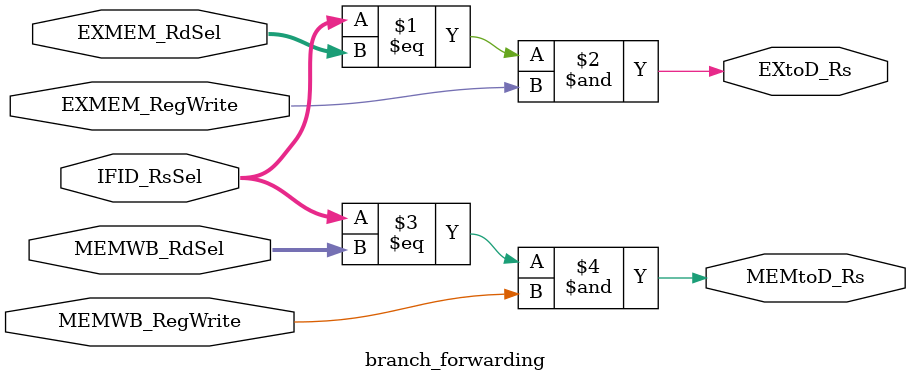
<source format=v>
module branch_forwarding(EXMEM_RdSel, MEMWB_RdSel, EXMEM_RegWrite, MEMWB_RegWrite,
						 			IFID_RsSel, EXtoD_Rs, MEMtoD_Rs);
	//Inputs
	input [2:0] EXMEM_RdSel;
	input [2:0] MEMWB_RdSel;
	input [2:0] IFID_RsSel;
	input EXMEM_RegWrite;
	input MEMWB_RegWrite;
	//Outputs
	output EXtoD_Rs;
	output MEMtoD_Rs;

	assign EXtoD_Rs = (IFID_RsSel == EXMEM_RdSel) & EXMEM_RegWrite;
	assign MEMtoD_Rs = (IFID_RsSel == MEMWB_RdSel) & MEMWB_RegWrite;
endmodule

</source>
